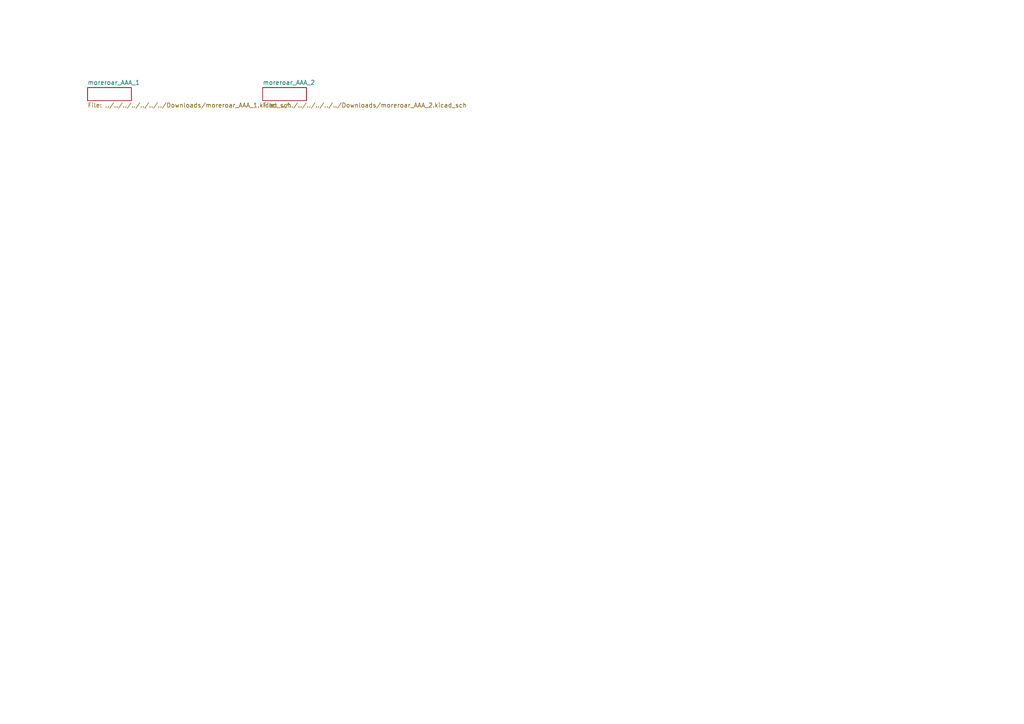
<source format=kicad_sch>
(kicad_sch
	(version 20231120)
	(generator "eeschema")
	(generator_version "8.0")
	(uuid "a2319ea9-e2f3-43fe-aa6a-f178bf137c0e")
	(paper "A4")
	(lib_symbols)
	(sheet
		(at 76.2 25.4)
		(size 12.7 3.81)
		(fields_autoplaced yes)
		(stroke
			(width 0)
			(type solid)
		)
		(fill
			(color 0 0 0 0.0000)
		)
		(uuid "250916f7-16f8-4dd9-a0a3-fb3b960f0e72")
		(property "Sheetname" "moreroar_AAA_2"
			(at 76.2 24.6884 0)
			(effects
				(font
					(size 1.27 1.27)
				)
				(justify left bottom)
			)
		)
		(property "Sheetfile" "../../../../../../../Downloads/moreroar_AAA_2.kicad_sch"
			(at 76.2 29.7946 0)
			(effects
				(font
					(size 1.27 1.27)
				)
				(justify left top)
			)
		)
		(instances
			(project "moreroar_AAA"
				(path "/a2319ea9-e2f3-43fe-aa6a-f178bf137c0e"
					(page "2")
				)
			)
		)
	)
	(sheet
		(at 25.4 25.4)
		(size 12.7 3.81)
		(fields_autoplaced yes)
		(stroke
			(width 0)
			(type solid)
		)
		(fill
			(color 0 0 0 0.0000)
		)
		(uuid "88451631-0f2a-4a50-9dfb-8aa7fb8d9fce")
		(property "Sheetname" "moreroar_AAA_1"
			(at 25.4 24.6884 0)
			(effects
				(font
					(size 1.27 1.27)
				)
				(justify left bottom)
			)
		)
		(property "Sheetfile" "../../../../../../../Downloads/moreroar_AAA_1.kicad_sch"
			(at 25.4 29.7946 0)
			(effects
				(font
					(size 1.27 1.27)
				)
				(justify left top)
			)
		)
		(instances
			(project "moreroar_AAA"
				(path "/a2319ea9-e2f3-43fe-aa6a-f178bf137c0e"
					(page "1")
				)
			)
		)
	)
	(sheet_instances
		(path "/"
			(page "1")
		)
	)
)

</source>
